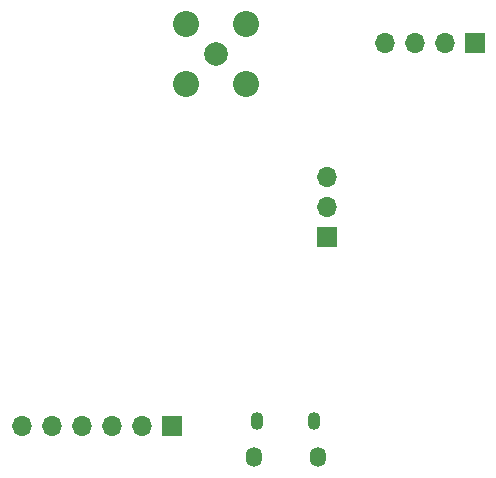
<source format=gbr>
%TF.GenerationSoftware,KiCad,Pcbnew,(5.1.10)-1*%
%TF.CreationDate,2022-03-06T21:17:49+00:00*%
%TF.ProjectId,main,6d61696e-2e6b-4696-9361-645f70636258,rev?*%
%TF.SameCoordinates,Original*%
%TF.FileFunction,Soldermask,Bot*%
%TF.FilePolarity,Negative*%
%FSLAX46Y46*%
G04 Gerber Fmt 4.6, Leading zero omitted, Abs format (unit mm)*
G04 Created by KiCad (PCBNEW (5.1.10)-1) date 2022-03-06 21:17:49*
%MOMM*%
%LPD*%
G01*
G04 APERTURE LIST*
%ADD10O,1.350000X1.700000*%
%ADD11O,1.100000X1.500000*%
%ADD12C,2.209800*%
%ADD13C,2.006600*%
%ADD14O,1.700000X1.700000*%
%ADD15R,1.700000X1.700000*%
G04 APERTURE END LIST*
D10*
%TO.C,USB_PWR1*%
X171735000Y-143275000D03*
X166275000Y-143275000D03*
D11*
X171425000Y-140275000D03*
X166585000Y-140275000D03*
%TD*%
D12*
%TO.C,J2*%
X165610000Y-106690000D03*
X165610000Y-111770000D03*
X160530000Y-111770000D03*
X160530000Y-106690000D03*
D13*
X163070000Y-109230000D03*
%TD*%
D14*
%TO.C,J6*%
X177380000Y-108300000D03*
X179920000Y-108300000D03*
X182460000Y-108300000D03*
D15*
X185000000Y-108300000D03*
%TD*%
D14*
%TO.C,J4*%
X172466000Y-119634000D03*
X172466000Y-122174000D03*
D15*
X172466000Y-124714000D03*
%TD*%
D14*
%TO.C,J1*%
X146655000Y-140725000D03*
X149195000Y-140725000D03*
X151735000Y-140725000D03*
X154275000Y-140725000D03*
X156815000Y-140725000D03*
D15*
X159355000Y-140725000D03*
%TD*%
M02*

</source>
